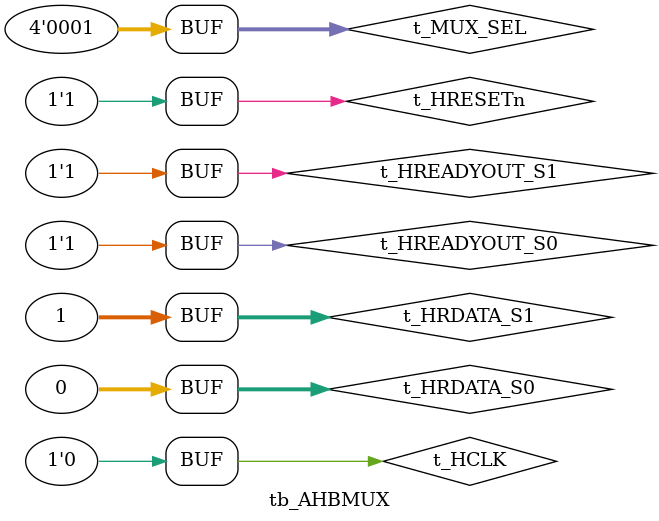
<source format=v>
`timescale 1ns / 1ps


module tb_AHBMUX();
      
    reg t_HCLK, t_HRESETn, t_HREADYOUT_S0, t_HREADYOUT_S1, t_HREADYOUT_S2, t_HREADYOUT_S3, t_HREADYOUT_S4,
		t_HREADYOUT_S5, t_HREADYOUT_S6, t_HREADYOUT_S7, t_HREADYOUT_S8, t_HREADYOUT_S9, t_HREADYOUT_NOMAP;
	reg [3:0] t_MUX_SEL;
	reg [31:0] t_HRDATA_S0, t_HRDATA_S1, t_HRDATA_S2, t_HRDATA_S3, t_HRDATA_S4, t_HRDATA_S5, t_HRDATA_S6,
		t_HRDATA_S7, t_HRDATA_S8, t_HRDATA_S9, t_HRDATA_NOMAP;
    wire t_HREADY;	 
    wire [31:0] t_HRDATA;
      
	AHBMUX UUT(
		.HCLK (t_HCLK),
		.HRESETn (t_HRESETn),	   
		.MUX_SEL (t_MUX_SEL),
		.HRDATA_S0 (t_HRDATA_S0),		
		.HRDATA_S1 (t_HRDATA_S1),
		.HRDATA_S2 (t_HRDATA_S2),
		.HRDATA_S3 (t_HRDATA_S3),
		.HRDATA_S4 (t_HRDATA_S4),
		.HRDATA_S5 (t_HRDATA_S5),
		.HRDATA_S6 (t_HRDATA_S6),
		.HRDATA_S7 (t_HRDATA_S7),
		.HRDATA_S8 (t_HRDATA_S8),
		.HRDATA_S9 (t_HRDATA_S9),
		.HRDATA_NOMAP (t_HRDATA_NOMAP),
		.HREADYOUT_S0 (t_HREADYOUT_S0),
		.HREADYOUT_S1 (t_HREADYOUT_S1),
		.HREADYOUT_S2 (t_HREADYOUT_S2),
		.HREADYOUT_S3 (t_HREADYOUT_S3),
		.HREADYOUT_S4 (t_HREADYOUT_S4),
		.HREADYOUT_S5 (t_HREADYOUT_S5),
		.HREADYOUT_S6 (t_HREADYOUT_S6),
		.HREADYOUT_S7 (t_HREADYOUT_S7),
		.HREADYOUT_S8 (t_HREADYOUT_S8),
		.HREADYOUT_S9 (t_HREADYOUT_S9),
		.HREADYOUT_NOMAP (t_HREADYOUT_NOMAP),
		.HREADY (t_HREADY),
		.HRDATA (t_HRDATA)
		);
		
	always
    begin
        #5;
        t_HCLK = 1'b1;
        #5;
        t_HCLK = 1'b0; 
    end

    initial
        begin
            #10;
            t_HRESETn = 1'b0;
			
			#10;
            t_HRESETn = 1'b1;
			
			#10;
            t_MUX_SEL = 4'b0000;
			t_HRDATA_S0	= 32'b00000000000000000000000000000000;	
			t_HREADYOUT_S0 = 1'b1;
			
			#10;
            t_MUX_SEL = 4'b0001;
			t_HRDATA_S1 = 32'b00000000000000000000000000000001;
			t_HREADYOUT_S1 = 1'b1;
            
            // Add rest of the test vectors here including for NOMAP
			
        end
endmodule

</source>
